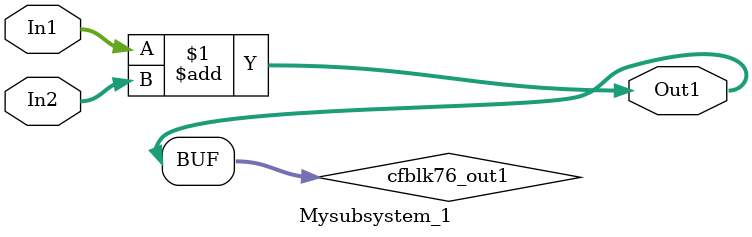
<source format=v>



`timescale 1 ns / 1 ns

module Mysubsystem_1
          (In1,
           In2,
           Out1);


  input   [7:0] In1;  // uint8
  input   [7:0] In2;  // uint8
  output  [7:0] Out1;  // uint8


  wire [7:0] cfblk76_out1;  // uint8


  assign cfblk76_out1 = In1 + In2;



  assign Out1 = cfblk76_out1;

endmodule  // Mysubsystem_1


</source>
